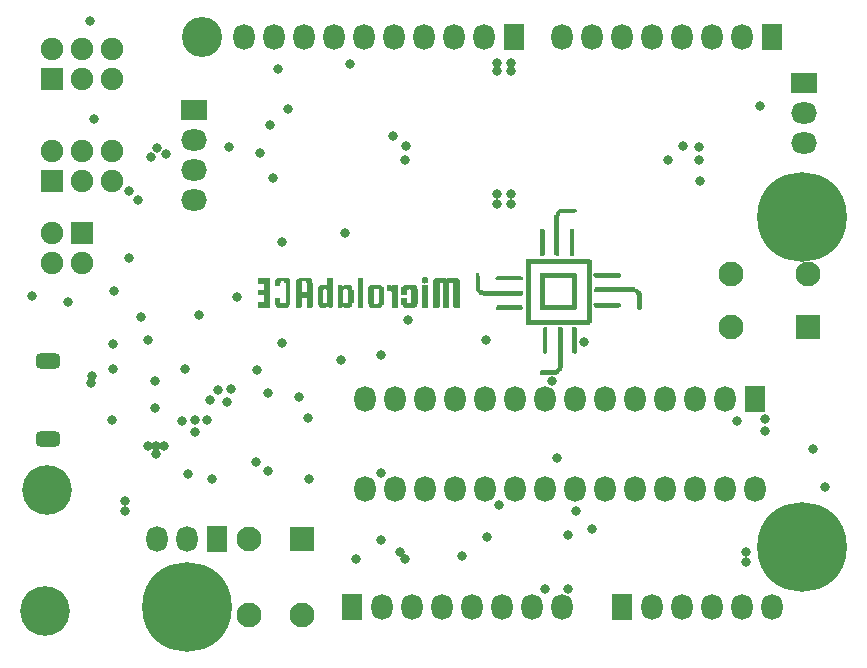
<source format=gbs>
G04*
G04 #@! TF.GenerationSoftware,Altium Limited,Altium Designer,18.1.9 (240)*
G04*
G04 Layer_Color=16711935*
%FSLAX44Y44*%
%MOMM*%
G71*
G01*
G75*
G04:AMPARAMS|DCode=58|XSize=2.1mm|YSize=1.3mm|CornerRadius=0.41mm|HoleSize=0mm|Usage=FLASHONLY|Rotation=0.000|XOffset=0mm|YOffset=0mm|HoleType=Round|Shape=RoundedRectangle|*
%AMROUNDEDRECTD58*
21,1,2.1000,0.4800,0,0,0.0*
21,1,1.2800,1.3000,0,0,0.0*
1,1,0.8200,0.6400,-0.2400*
1,1,0.8200,-0.6400,-0.2400*
1,1,0.8200,-0.6400,0.2400*
1,1,0.8200,0.6400,0.2400*
%
%ADD58ROUNDEDRECTD58*%
%ADD59C,2.1000*%
%ADD60R,2.1000X2.1000*%
%ADD61R,2.1000X2.1000*%
%ADD62C,3.4000*%
%ADD63O,1.8000X2.2000*%
%ADD64R,1.8000X2.2000*%
%ADD65R,2.2000X1.8000*%
%ADD66O,2.2000X1.8000*%
%ADD67C,1.9000*%
%ADD68R,1.9000X1.9000*%
%ADD69C,4.2000*%
%ADD70C,7.6000*%
%ADD71C,0.8000*%
G36*
X467173Y344687D02*
Y343675D01*
Y342663D01*
Y341651D01*
Y340639D01*
Y339627D01*
Y338615D01*
Y337603D01*
Y336591D01*
Y335579D01*
Y334567D01*
Y333555D01*
Y332543D01*
Y331530D01*
Y330518D01*
Y329506D01*
Y328494D01*
Y327482D01*
Y326470D01*
Y325458D01*
Y324446D01*
Y323434D01*
Y322422D01*
X464137D01*
Y323434D01*
Y324446D01*
Y325458D01*
Y326470D01*
Y327482D01*
Y328494D01*
Y329506D01*
Y330518D01*
Y331530D01*
Y332543D01*
Y333555D01*
Y334567D01*
Y335579D01*
Y336591D01*
Y337603D01*
Y338615D01*
Y339627D01*
Y340639D01*
Y341651D01*
Y342663D01*
Y343675D01*
Y344687D01*
Y345699D01*
X467173D01*
Y344687D01*
D02*
G37*
G36*
X469197Y361892D02*
X470209D01*
Y360880D01*
Y359868D01*
X468185D01*
Y358856D01*
X456040D01*
Y357844D01*
Y356832D01*
X455028D01*
Y355820D01*
Y354808D01*
Y353796D01*
Y352784D01*
Y351772D01*
Y350760D01*
Y349748D01*
Y348736D01*
Y347723D01*
Y346711D01*
Y345699D01*
Y344687D01*
Y343675D01*
Y342663D01*
Y341651D01*
Y340639D01*
Y339627D01*
Y338615D01*
Y337603D01*
Y336591D01*
Y335579D01*
Y334567D01*
Y333555D01*
Y332543D01*
Y331530D01*
Y330518D01*
Y329506D01*
Y328494D01*
Y327482D01*
Y326470D01*
Y325458D01*
Y324446D01*
Y323434D01*
Y322422D01*
X451992D01*
Y323434D01*
X450980D01*
Y324446D01*
Y325458D01*
Y326470D01*
Y327482D01*
Y328494D01*
Y329506D01*
Y330518D01*
Y331530D01*
Y332543D01*
Y333555D01*
Y334567D01*
Y335579D01*
Y336591D01*
Y337603D01*
Y338615D01*
Y339627D01*
Y340639D01*
Y341651D01*
Y342663D01*
Y343675D01*
Y344687D01*
Y345699D01*
Y346711D01*
Y347723D01*
Y348736D01*
Y349748D01*
Y350760D01*
Y351772D01*
Y352784D01*
Y353796D01*
Y354808D01*
Y355820D01*
Y356832D01*
Y357844D01*
X451992D01*
Y358856D01*
Y359868D01*
X453004D01*
Y360880D01*
X454016D01*
Y361892D01*
X455028D01*
Y362904D01*
X469197D01*
Y361892D01*
D02*
G37*
G36*
X441871Y344687D02*
X442883D01*
Y343675D01*
Y342663D01*
Y341651D01*
Y340639D01*
Y339627D01*
Y338615D01*
Y337603D01*
Y336591D01*
Y335579D01*
Y334567D01*
Y333555D01*
Y332543D01*
Y331530D01*
Y330518D01*
Y329506D01*
Y328494D01*
Y327482D01*
Y326470D01*
Y325458D01*
Y324446D01*
Y323434D01*
X441871D01*
Y322422D01*
X438835D01*
Y323434D01*
Y324446D01*
Y325458D01*
Y326470D01*
Y327482D01*
Y328494D01*
Y329506D01*
Y330518D01*
Y331530D01*
Y332543D01*
Y333555D01*
Y334567D01*
Y335579D01*
Y336591D01*
Y337603D01*
Y338615D01*
Y339627D01*
Y340639D01*
Y341651D01*
Y342663D01*
Y343675D01*
Y344687D01*
Y345699D01*
X441871D01*
Y344687D01*
D02*
G37*
G36*
X506643Y307241D02*
X507655D01*
Y306229D01*
Y305217D01*
X506643D01*
Y304205D01*
X485390D01*
Y305217D01*
X484378D01*
Y306229D01*
X483366D01*
Y307241D01*
X484378D01*
Y308253D01*
X506643D01*
Y307241D01*
D02*
G37*
G36*
X369003Y303193D02*
X370015D01*
Y302181D01*
X371027D01*
Y301169D01*
Y300157D01*
Y299145D01*
Y298133D01*
Y297121D01*
Y296108D01*
Y295096D01*
Y294084D01*
Y293072D01*
Y292060D01*
Y291048D01*
Y290036D01*
Y289024D01*
Y288012D01*
Y287000D01*
Y285988D01*
Y284976D01*
Y283964D01*
Y282952D01*
Y281940D01*
Y280928D01*
Y279916D01*
Y278904D01*
X365967D01*
Y279916D01*
X364955D01*
Y280928D01*
Y281940D01*
Y282952D01*
Y283964D01*
Y284976D01*
Y285988D01*
Y287000D01*
Y288012D01*
Y289024D01*
Y290036D01*
Y291048D01*
Y292060D01*
Y293072D01*
Y294084D01*
Y295096D01*
Y296108D01*
Y297121D01*
Y298133D01*
Y299145D01*
Y300157D01*
X361919D01*
Y299145D01*
Y298133D01*
Y297121D01*
Y296108D01*
Y295096D01*
Y294084D01*
Y293072D01*
Y292060D01*
Y291048D01*
Y290036D01*
Y289024D01*
Y288012D01*
Y287000D01*
Y285988D01*
Y284976D01*
Y283964D01*
Y282952D01*
Y281940D01*
Y280928D01*
Y279916D01*
Y278904D01*
X356858D01*
Y279916D01*
Y280928D01*
Y281940D01*
Y282952D01*
Y283964D01*
Y284976D01*
Y285988D01*
Y287000D01*
Y288012D01*
Y289024D01*
Y290036D01*
Y291048D01*
Y292060D01*
Y293072D01*
Y294084D01*
Y295096D01*
Y296108D01*
Y297121D01*
Y298133D01*
Y299145D01*
Y300157D01*
X353822D01*
Y299145D01*
Y298133D01*
Y297121D01*
Y296108D01*
Y295096D01*
Y294084D01*
Y293072D01*
Y292060D01*
Y291048D01*
Y290036D01*
Y289024D01*
Y288012D01*
Y287000D01*
Y285988D01*
Y284976D01*
Y283964D01*
Y282952D01*
Y281940D01*
Y280928D01*
Y279916D01*
X352810D01*
Y278904D01*
X347750D01*
Y279916D01*
Y280928D01*
Y281940D01*
Y282952D01*
Y283964D01*
Y284976D01*
Y285988D01*
Y287000D01*
Y288012D01*
Y289024D01*
Y290036D01*
Y291048D01*
Y292060D01*
Y293072D01*
Y294084D01*
Y295096D01*
Y296108D01*
Y297121D01*
Y298133D01*
Y299145D01*
Y300157D01*
Y301169D01*
Y302181D01*
X348762D01*
Y303193D01*
X349774D01*
Y304205D01*
X358883D01*
Y303193D01*
X359895D01*
Y304205D01*
X369003D01*
Y303193D01*
D02*
G37*
G36*
X422642Y305217D02*
X424666D01*
Y304205D01*
Y303193D01*
Y302181D01*
X401389D01*
Y303193D01*
X400377D01*
Y304205D01*
X401389D01*
Y305217D01*
X402401D01*
Y306229D01*
X422642D01*
Y305217D01*
D02*
G37*
G36*
X342690Y304205D02*
X343702D01*
Y303193D01*
Y302181D01*
Y301169D01*
Y300157D01*
X341678D01*
Y299145D01*
X340666D01*
Y300157D01*
X338642D01*
Y301169D01*
Y302181D01*
Y303193D01*
Y304205D01*
X339654D01*
Y305217D01*
X342690D01*
Y304205D01*
D02*
G37*
G36*
X318400Y297121D02*
Y296108D01*
Y295096D01*
Y294084D01*
Y293072D01*
Y292060D01*
Y291048D01*
Y290036D01*
Y289024D01*
Y288012D01*
Y287000D01*
Y285988D01*
Y284976D01*
Y283964D01*
Y282952D01*
Y281940D01*
Y280928D01*
Y279916D01*
Y278904D01*
X313340D01*
Y279916D01*
Y280928D01*
Y281940D01*
Y282952D01*
Y283964D01*
Y284976D01*
Y285988D01*
Y287000D01*
Y288012D01*
Y289024D01*
Y290036D01*
Y291048D01*
Y292060D01*
X312328D01*
Y293072D01*
X309292D01*
Y294084D01*
Y295096D01*
Y296108D01*
Y297121D01*
Y298133D01*
X312328D01*
Y297121D01*
X313340D01*
Y298133D01*
X318400D01*
Y297121D01*
D02*
G37*
G36*
X278930D02*
X279942D01*
Y296108D01*
Y295096D01*
Y294084D01*
X280954D01*
Y293072D01*
Y292060D01*
Y291048D01*
Y290036D01*
Y289024D01*
Y288012D01*
Y287000D01*
Y285988D01*
Y284976D01*
Y283964D01*
Y282952D01*
X279942D01*
Y281940D01*
Y280928D01*
Y279916D01*
X277918D01*
Y278904D01*
X272858D01*
Y279916D01*
X270834D01*
Y278904D01*
X267798D01*
Y279916D01*
Y280928D01*
Y281940D01*
Y282952D01*
Y283964D01*
Y284976D01*
Y285988D01*
Y287000D01*
Y288012D01*
Y289024D01*
Y290036D01*
Y291048D01*
Y292060D01*
Y293072D01*
Y294084D01*
Y295096D01*
Y296108D01*
Y297121D01*
Y298133D01*
X270834D01*
Y297121D01*
X272858D01*
Y298133D01*
X278930D01*
Y297121D01*
D02*
G37*
G36*
X387220Y307241D02*
Y306229D01*
X388232D01*
Y305217D01*
Y304205D01*
Y303193D01*
Y302181D01*
Y301169D01*
Y300157D01*
Y299145D01*
Y298133D01*
Y297121D01*
Y296108D01*
Y295096D01*
Y294084D01*
X390256D01*
Y293072D01*
X424666D01*
Y292060D01*
Y291048D01*
Y290036D01*
X423654D01*
Y289024D01*
X390256D01*
Y290036D01*
X387220D01*
Y291048D01*
X386208D01*
Y292060D01*
X385196D01*
Y293072D01*
X384184D01*
Y294084D01*
Y295096D01*
Y296108D01*
Y297121D01*
Y298133D01*
Y299145D01*
Y300157D01*
Y301169D01*
Y302181D01*
Y303193D01*
Y304205D01*
Y305217D01*
Y306229D01*
Y307241D01*
Y308253D01*
X387220D01*
Y307241D01*
D02*
G37*
G36*
X333581Y297121D02*
X334593D01*
Y296108D01*
Y295096D01*
X335605D01*
Y294084D01*
Y293072D01*
Y292060D01*
Y291048D01*
Y290036D01*
Y289024D01*
Y288012D01*
Y287000D01*
Y285988D01*
Y284976D01*
Y283964D01*
Y282952D01*
Y281940D01*
X334593D01*
Y280928D01*
Y279916D01*
X332569D01*
Y278904D01*
X323461D01*
Y279916D01*
X322449D01*
Y280928D01*
X321437D01*
Y281940D01*
Y282952D01*
Y283964D01*
Y284976D01*
Y285988D01*
Y287000D01*
X326497D01*
Y285988D01*
Y284976D01*
Y283964D01*
Y282952D01*
X329533D01*
Y283964D01*
Y284976D01*
Y285988D01*
Y287000D01*
Y288012D01*
Y289024D01*
Y290036D01*
Y291048D01*
Y292060D01*
Y293072D01*
Y294084D01*
X328521D01*
Y295096D01*
X327509D01*
Y294084D01*
X326497D01*
Y293072D01*
Y292060D01*
Y291048D01*
Y290036D01*
X321437D01*
Y291048D01*
Y292060D01*
Y293072D01*
Y294084D01*
Y295096D01*
Y296108D01*
X322449D01*
Y297121D01*
X323461D01*
Y298133D01*
X333581D01*
Y297121D01*
D02*
G37*
G36*
X226303Y303193D02*
X227315D01*
Y302181D01*
Y301169D01*
Y300157D01*
Y299145D01*
Y298133D01*
Y297121D01*
Y296108D01*
Y295096D01*
Y294084D01*
Y293072D01*
Y292060D01*
Y291048D01*
Y290036D01*
Y289024D01*
Y288012D01*
Y287000D01*
Y285988D01*
Y284976D01*
Y283964D01*
Y282952D01*
Y281940D01*
Y280928D01*
X226303D01*
Y279916D01*
X225291D01*
Y278904D01*
X216182D01*
Y279916D01*
X215170D01*
Y280928D01*
X214158D01*
Y281940D01*
Y282952D01*
Y283964D01*
Y284976D01*
Y285988D01*
Y287000D01*
X218207D01*
Y285988D01*
Y284976D01*
Y283964D01*
Y282952D01*
X223267D01*
Y283964D01*
Y284976D01*
Y285988D01*
Y287000D01*
Y288012D01*
Y289024D01*
Y290036D01*
Y291048D01*
Y292060D01*
Y293072D01*
Y294084D01*
Y295096D01*
Y296108D01*
Y297121D01*
Y298133D01*
Y299145D01*
Y300157D01*
X222255D01*
Y301169D01*
X219219D01*
Y300157D01*
X218207D01*
Y299145D01*
Y298133D01*
Y297121D01*
X214158D01*
Y298133D01*
Y299145D01*
Y300157D01*
Y301169D01*
Y302181D01*
X215170D01*
Y303193D01*
X216182D01*
Y304205D01*
X226303D01*
Y303193D01*
D02*
G37*
G36*
X506643Y281940D02*
X507655D01*
Y280928D01*
Y279916D01*
X505631D01*
Y278904D01*
X485390D01*
Y279916D01*
X484378D01*
Y280928D01*
X483366D01*
Y281940D01*
X484378D01*
Y282952D01*
X506643D01*
Y281940D01*
D02*
G37*
G36*
X343702Y297121D02*
Y296108D01*
Y295096D01*
Y294084D01*
Y293072D01*
Y292060D01*
Y291048D01*
Y290036D01*
Y289024D01*
Y288012D01*
Y287000D01*
Y285988D01*
Y284976D01*
Y283964D01*
Y282952D01*
Y281940D01*
Y280928D01*
Y279916D01*
Y278904D01*
X338642D01*
Y279916D01*
Y280928D01*
Y281940D01*
Y282952D01*
Y283964D01*
Y284976D01*
Y285988D01*
Y287000D01*
Y288012D01*
Y289024D01*
Y290036D01*
Y291048D01*
Y292060D01*
Y293072D01*
Y294084D01*
Y295096D01*
Y296108D01*
Y297121D01*
Y298133D01*
X343702D01*
Y297121D01*
D02*
G37*
G36*
X304231D02*
X305244D01*
Y296108D01*
X306256D01*
Y295096D01*
Y294084D01*
Y293072D01*
Y292060D01*
Y291048D01*
Y290036D01*
Y289024D01*
Y288012D01*
Y287000D01*
Y285988D01*
Y284976D01*
Y283964D01*
Y282952D01*
Y281940D01*
Y280928D01*
X305244D01*
Y279916D01*
X304231D01*
Y278904D01*
X295123D01*
Y279916D01*
X294111D01*
Y280928D01*
Y281940D01*
X293099D01*
Y282952D01*
Y283964D01*
Y284976D01*
Y285988D01*
Y287000D01*
Y288012D01*
Y289024D01*
Y290036D01*
Y291048D01*
Y292060D01*
Y293072D01*
Y294084D01*
Y295096D01*
Y296108D01*
X294111D01*
Y297121D01*
X295123D01*
Y298133D01*
X304231D01*
Y297121D01*
D02*
G37*
G36*
X289051Y303193D02*
Y302181D01*
Y301169D01*
Y300157D01*
Y299145D01*
Y298133D01*
Y297121D01*
Y296108D01*
Y295096D01*
Y294084D01*
Y293072D01*
Y292060D01*
Y291048D01*
Y290036D01*
Y289024D01*
Y288012D01*
Y287000D01*
Y285988D01*
Y284976D01*
Y283964D01*
Y282952D01*
Y281940D01*
Y280928D01*
Y279916D01*
Y278904D01*
X285002D01*
Y279916D01*
Y280928D01*
Y281940D01*
Y282952D01*
Y283964D01*
Y284976D01*
Y285988D01*
Y287000D01*
Y288012D01*
Y289024D01*
Y290036D01*
Y291048D01*
Y292060D01*
Y293072D01*
Y294084D01*
Y295096D01*
Y296108D01*
Y297121D01*
Y298133D01*
Y299145D01*
Y300157D01*
Y301169D01*
Y302181D01*
Y303193D01*
Y304205D01*
X289051D01*
Y303193D01*
D02*
G37*
G36*
X263749D02*
Y302181D01*
Y301169D01*
Y300157D01*
Y299145D01*
Y298133D01*
Y297121D01*
Y296108D01*
Y295096D01*
Y294084D01*
Y293072D01*
Y292060D01*
Y291048D01*
Y290036D01*
Y289024D01*
Y288012D01*
Y287000D01*
Y285988D01*
Y284976D01*
Y283964D01*
Y282952D01*
Y281940D01*
Y280928D01*
Y279916D01*
X262737D01*
Y278904D01*
X259701D01*
Y279916D01*
X257677D01*
Y278904D01*
X252617D01*
Y279916D01*
X251605D01*
Y280928D01*
X250592D01*
Y281940D01*
Y282952D01*
Y283964D01*
Y284976D01*
Y285988D01*
Y287000D01*
Y288012D01*
Y289024D01*
Y290036D01*
Y291048D01*
Y292060D01*
Y293072D01*
Y294084D01*
Y295096D01*
Y296108D01*
X251605D01*
Y297121D01*
X252617D01*
Y298133D01*
X258689D01*
Y299145D01*
Y300157D01*
Y301169D01*
Y302181D01*
Y303193D01*
Y304205D01*
X263749D01*
Y303193D01*
D02*
G37*
G36*
X244520D02*
X245532D01*
Y302181D01*
Y301169D01*
Y300157D01*
X246544D01*
Y299145D01*
Y298133D01*
Y297121D01*
Y296108D01*
Y295096D01*
Y294084D01*
Y293072D01*
Y292060D01*
Y291048D01*
Y290036D01*
Y289024D01*
Y288012D01*
Y287000D01*
Y285988D01*
Y284976D01*
Y283964D01*
Y282952D01*
Y281940D01*
Y280928D01*
Y279916D01*
X245532D01*
Y278904D01*
X241484D01*
Y279916D01*
Y280928D01*
Y281940D01*
Y282952D01*
Y283964D01*
Y284976D01*
Y285988D01*
Y287000D01*
X237436D01*
Y285988D01*
Y284976D01*
Y283964D01*
Y282952D01*
Y281940D01*
Y280928D01*
Y279916D01*
X236424D01*
Y278904D01*
X232376D01*
Y279916D01*
Y280928D01*
Y281940D01*
Y282952D01*
Y283964D01*
Y284976D01*
Y285988D01*
Y287000D01*
Y288012D01*
Y289024D01*
Y290036D01*
Y291048D01*
Y292060D01*
Y293072D01*
Y294084D01*
Y295096D01*
Y296108D01*
Y297121D01*
Y298133D01*
Y299145D01*
Y300157D01*
Y301169D01*
Y302181D01*
X233388D01*
Y303193D01*
X234400D01*
Y304205D01*
X244520D01*
Y303193D01*
D02*
G37*
G36*
X210110D02*
Y302181D01*
Y301169D01*
Y300157D01*
Y299145D01*
Y298133D01*
Y297121D01*
Y296108D01*
Y295096D01*
Y294084D01*
Y293072D01*
Y292060D01*
Y291048D01*
Y290036D01*
Y289024D01*
Y288012D01*
Y287000D01*
Y285988D01*
Y284976D01*
Y283964D01*
Y282952D01*
Y281940D01*
Y280928D01*
Y279916D01*
Y278904D01*
X199990D01*
Y279916D01*
Y280928D01*
Y281940D01*
Y282952D01*
Y283964D01*
X205050D01*
Y284976D01*
Y285988D01*
Y287000D01*
Y288012D01*
Y289024D01*
Y290036D01*
X199990D01*
Y291048D01*
Y292060D01*
Y293072D01*
Y294084D01*
X205050D01*
Y295096D01*
Y296108D01*
Y297121D01*
Y298133D01*
Y299145D01*
X199990D01*
Y300157D01*
Y301169D01*
Y302181D01*
Y303193D01*
Y304205D01*
X210110D01*
Y303193D01*
D02*
G37*
G36*
X518788Y295096D02*
X521824D01*
Y294084D01*
X522836D01*
Y293072D01*
X523848D01*
Y292060D01*
Y291048D01*
X524860D01*
Y290036D01*
Y289024D01*
Y288012D01*
Y287000D01*
Y285988D01*
Y284976D01*
Y283964D01*
Y282952D01*
Y281940D01*
Y280928D01*
Y279916D01*
Y278904D01*
Y277892D01*
X523848D01*
Y276879D01*
X521824D01*
Y277892D01*
X520812D01*
Y278904D01*
Y279916D01*
Y280928D01*
Y281940D01*
Y282952D01*
Y283964D01*
Y284976D01*
Y285988D01*
Y287000D01*
Y288012D01*
Y289024D01*
Y290036D01*
X519800D01*
Y291048D01*
X518788D01*
Y292060D01*
X484378D01*
Y293072D01*
Y294084D01*
Y295096D01*
X485390D01*
Y296108D01*
X518788D01*
Y295096D01*
D02*
G37*
G36*
X423654Y279916D02*
X424666D01*
Y278904D01*
Y277892D01*
X423654D01*
Y276879D01*
X401389D01*
Y277892D01*
Y278904D01*
Y279916D01*
X402401D01*
Y280928D01*
X423654D01*
Y279916D01*
D02*
G37*
G36*
X481342Y319386D02*
X482354D01*
Y318374D01*
Y317362D01*
Y316350D01*
Y315338D01*
Y314326D01*
Y313314D01*
Y312301D01*
Y311289D01*
Y310277D01*
Y309265D01*
Y308253D01*
Y307241D01*
Y306229D01*
Y305217D01*
Y304205D01*
Y303193D01*
Y302181D01*
Y301169D01*
Y300157D01*
Y299145D01*
Y298133D01*
Y297121D01*
Y296108D01*
Y295096D01*
Y294084D01*
Y293072D01*
Y292060D01*
Y291048D01*
Y290036D01*
Y289024D01*
Y288012D01*
Y287000D01*
Y285988D01*
Y284976D01*
Y283964D01*
Y282952D01*
Y281940D01*
Y280928D01*
Y279916D01*
Y278904D01*
Y277892D01*
Y276879D01*
Y275867D01*
Y274855D01*
Y273843D01*
Y272831D01*
Y271819D01*
Y270807D01*
Y269795D01*
Y268783D01*
Y267771D01*
Y266759D01*
Y265747D01*
X481342D01*
Y264735D01*
X426690D01*
Y265747D01*
Y266759D01*
Y267771D01*
Y268783D01*
Y269795D01*
Y270807D01*
Y271819D01*
Y272831D01*
Y273843D01*
Y274855D01*
Y275867D01*
Y276879D01*
Y277892D01*
Y278904D01*
Y279916D01*
Y280928D01*
Y281940D01*
Y282952D01*
Y283964D01*
Y284976D01*
Y285988D01*
Y287000D01*
Y288012D01*
Y289024D01*
Y290036D01*
Y291048D01*
Y292060D01*
Y293072D01*
Y294084D01*
Y295096D01*
Y296108D01*
Y297121D01*
Y298133D01*
Y299145D01*
Y300157D01*
Y301169D01*
Y302181D01*
Y303193D01*
Y304205D01*
Y305217D01*
Y306229D01*
Y307241D01*
Y308253D01*
Y309265D01*
Y310277D01*
Y311289D01*
Y312301D01*
Y313314D01*
Y314326D01*
Y315338D01*
Y316350D01*
Y317362D01*
Y318374D01*
Y319386D01*
Y320398D01*
X481342D01*
Y319386D01*
D02*
G37*
G36*
X469197Y261699D02*
X470209D01*
Y260686D01*
Y259674D01*
Y258662D01*
Y257650D01*
Y256638D01*
Y255626D01*
Y254614D01*
Y253602D01*
Y252590D01*
Y251578D01*
Y250566D01*
Y249554D01*
Y248542D01*
Y247530D01*
Y246518D01*
Y245506D01*
Y244494D01*
Y243482D01*
Y242470D01*
Y241457D01*
Y240445D01*
X469197D01*
Y239433D01*
X467173D01*
Y240445D01*
X466161D01*
Y241457D01*
Y242470D01*
Y243482D01*
Y244494D01*
Y245506D01*
Y246518D01*
Y247530D01*
Y248542D01*
Y249554D01*
Y250566D01*
Y251578D01*
Y252590D01*
Y253602D01*
Y254614D01*
Y255626D01*
Y256638D01*
Y257650D01*
Y258662D01*
Y259674D01*
Y260686D01*
Y261699D01*
Y262711D01*
X469197D01*
Y261699D01*
D02*
G37*
G36*
X444907D02*
Y260686D01*
Y259674D01*
Y258662D01*
Y257650D01*
Y256638D01*
Y255626D01*
Y254614D01*
Y253602D01*
Y252590D01*
Y251578D01*
Y250566D01*
Y249554D01*
Y248542D01*
Y247530D01*
Y246518D01*
Y245506D01*
Y244494D01*
Y243482D01*
Y242470D01*
Y241457D01*
Y240445D01*
X443895D01*
Y239433D01*
X441871D01*
Y240445D01*
X440859D01*
Y241457D01*
Y242470D01*
Y243482D01*
Y244494D01*
Y245506D01*
Y246518D01*
Y247530D01*
Y248542D01*
Y249554D01*
Y250566D01*
Y251578D01*
Y252590D01*
Y253602D01*
Y254614D01*
Y255626D01*
Y256638D01*
Y257650D01*
Y258662D01*
Y259674D01*
Y260686D01*
Y261699D01*
X441871D01*
Y262711D01*
X444907D01*
Y261699D01*
D02*
G37*
G36*
X457052D02*
X458064D01*
Y260686D01*
Y259674D01*
Y258662D01*
Y257650D01*
Y256638D01*
Y255626D01*
Y254614D01*
Y253602D01*
Y252590D01*
Y251578D01*
Y250566D01*
Y249554D01*
Y248542D01*
Y247530D01*
Y246518D01*
Y245506D01*
Y244494D01*
Y243482D01*
Y242470D01*
Y241457D01*
Y240445D01*
Y239433D01*
Y238421D01*
Y237409D01*
Y236397D01*
Y235385D01*
Y234373D01*
Y233361D01*
Y232349D01*
Y231337D01*
Y230325D01*
Y229313D01*
Y228301D01*
X457052D01*
Y227289D01*
Y226277D01*
Y225264D01*
X456040D01*
Y224252D01*
X455028D01*
Y223240D01*
X453004D01*
Y222228D01*
X438835D01*
Y223240D01*
Y224252D01*
Y225264D01*
X439847D01*
Y226277D01*
X451992D01*
Y227289D01*
X453004D01*
Y228301D01*
X454016D01*
Y229313D01*
Y230325D01*
Y231337D01*
Y232349D01*
Y233361D01*
Y234373D01*
Y235385D01*
Y236397D01*
Y237409D01*
Y238421D01*
Y239433D01*
Y240445D01*
Y241457D01*
Y242470D01*
Y243482D01*
Y244494D01*
Y245506D01*
Y246518D01*
Y247530D01*
Y248542D01*
Y249554D01*
Y250566D01*
Y251578D01*
Y252590D01*
Y253602D01*
Y254614D01*
Y255626D01*
Y256638D01*
Y257650D01*
Y258662D01*
Y259674D01*
Y260686D01*
Y261699D01*
Y262711D01*
X457052D01*
Y261699D01*
D02*
G37*
%LPC*%
G36*
X274882Y295096D02*
X272858D01*
Y294084D01*
X271846D01*
Y293072D01*
Y292060D01*
Y291048D01*
Y290036D01*
Y289024D01*
Y288012D01*
Y287000D01*
Y285988D01*
Y284976D01*
Y283964D01*
Y282952D01*
X275894D01*
Y283964D01*
Y284976D01*
Y285988D01*
Y287000D01*
Y288012D01*
Y289024D01*
Y290036D01*
Y291048D01*
Y292060D01*
Y293072D01*
Y294084D01*
X274882D01*
Y295096D01*
D02*
G37*
G36*
X302207D02*
X298159D01*
Y294084D01*
Y293072D01*
Y292060D01*
Y291048D01*
Y290036D01*
Y289024D01*
Y288012D01*
Y287000D01*
Y285988D01*
Y284976D01*
Y283964D01*
Y282952D01*
Y281940D01*
X301195D01*
Y282952D01*
X302207D01*
Y283964D01*
Y284976D01*
Y285988D01*
Y287000D01*
Y288012D01*
Y289024D01*
Y290036D01*
Y291048D01*
Y292060D01*
Y293072D01*
Y294084D01*
Y295096D01*
D02*
G37*
G36*
X257677D02*
X255653D01*
Y294084D01*
X254641D01*
Y293072D01*
Y292060D01*
Y291048D01*
Y290036D01*
Y289024D01*
Y288012D01*
Y287000D01*
Y285988D01*
Y284976D01*
Y283964D01*
Y282952D01*
X258689D01*
Y283964D01*
Y284976D01*
Y285988D01*
Y287000D01*
Y288012D01*
Y289024D01*
Y290036D01*
Y291048D01*
Y292060D01*
Y293072D01*
Y294084D01*
X257677D01*
Y295096D01*
D02*
G37*
G36*
X240472Y301169D02*
X237436D01*
Y300157D01*
Y299145D01*
Y298133D01*
Y297121D01*
Y296108D01*
Y295096D01*
Y294084D01*
Y293072D01*
Y292060D01*
X241484D01*
Y293072D01*
Y294084D01*
Y295096D01*
Y296108D01*
Y297121D01*
Y298133D01*
Y299145D01*
Y300157D01*
X240472D01*
Y301169D01*
D02*
G37*
G36*
X478305Y316350D02*
X430739D01*
Y315338D01*
Y314326D01*
Y313314D01*
Y312301D01*
Y311289D01*
Y310277D01*
Y309265D01*
Y308253D01*
Y307241D01*
Y306229D01*
Y305217D01*
Y304205D01*
Y303193D01*
Y302181D01*
Y301169D01*
Y300157D01*
Y299145D01*
Y298133D01*
Y297121D01*
Y296108D01*
Y295096D01*
Y294084D01*
Y293072D01*
Y292060D01*
Y291048D01*
Y290036D01*
Y289024D01*
Y288012D01*
Y287000D01*
Y285988D01*
Y284976D01*
Y283964D01*
Y282952D01*
Y281940D01*
Y280928D01*
Y279916D01*
Y278904D01*
Y277892D01*
Y276879D01*
Y275867D01*
Y274855D01*
Y273843D01*
Y272831D01*
Y271819D01*
Y270807D01*
Y269795D01*
Y268783D01*
X478305D01*
Y269795D01*
Y270807D01*
Y271819D01*
Y272831D01*
Y273843D01*
Y274855D01*
Y275867D01*
Y276879D01*
Y277892D01*
Y278904D01*
Y279916D01*
Y280928D01*
Y281940D01*
Y282952D01*
Y283964D01*
Y284976D01*
Y285988D01*
Y287000D01*
Y288012D01*
Y289024D01*
Y290036D01*
Y291048D01*
Y292060D01*
Y293072D01*
Y294084D01*
Y295096D01*
Y296108D01*
Y297121D01*
Y298133D01*
Y299145D01*
Y300157D01*
Y301169D01*
Y302181D01*
Y303193D01*
Y304205D01*
Y305217D01*
Y306229D01*
Y307241D01*
Y308253D01*
Y309265D01*
Y310277D01*
Y311289D01*
Y312301D01*
Y313314D01*
Y314326D01*
Y315338D01*
Y316350D01*
D02*
G37*
%LPD*%
G36*
X469197Y307241D02*
X470209D01*
Y306229D01*
Y305217D01*
Y304205D01*
Y303193D01*
Y302181D01*
Y301169D01*
Y300157D01*
Y299145D01*
Y298133D01*
Y297121D01*
Y296108D01*
Y295096D01*
Y294084D01*
Y293072D01*
Y292060D01*
Y291048D01*
Y290036D01*
Y289024D01*
Y288012D01*
Y287000D01*
Y285988D01*
Y284976D01*
Y283964D01*
Y282952D01*
Y281940D01*
Y280928D01*
Y279916D01*
Y278904D01*
Y277892D01*
X469197D01*
Y276879D01*
X438835D01*
Y277892D01*
Y278904D01*
Y279916D01*
Y280928D01*
Y281940D01*
Y282952D01*
Y283964D01*
Y284976D01*
Y285988D01*
Y287000D01*
Y288012D01*
Y289024D01*
Y290036D01*
Y291048D01*
Y292060D01*
Y293072D01*
Y294084D01*
Y295096D01*
Y296108D01*
Y297121D01*
Y298133D01*
Y299145D01*
Y300157D01*
Y301169D01*
Y302181D01*
Y303193D01*
Y304205D01*
Y305217D01*
Y306229D01*
Y307241D01*
Y308253D01*
X469197D01*
Y307241D01*
D02*
G37*
%LPC*%
G36*
X466161Y304205D02*
X442883D01*
Y303193D01*
Y302181D01*
Y301169D01*
Y300157D01*
Y299145D01*
Y298133D01*
Y297121D01*
Y296108D01*
Y295096D01*
Y294084D01*
Y293072D01*
Y292060D01*
Y291048D01*
Y290036D01*
Y289024D01*
Y288012D01*
Y287000D01*
Y285988D01*
Y284976D01*
Y283964D01*
Y282952D01*
Y281940D01*
Y280928D01*
X466161D01*
Y281940D01*
Y282952D01*
Y283964D01*
Y284976D01*
Y285988D01*
Y287000D01*
Y288012D01*
Y289024D01*
Y290036D01*
Y291048D01*
Y292060D01*
Y293072D01*
Y294084D01*
Y295096D01*
Y296108D01*
Y297121D01*
Y298133D01*
Y299145D01*
Y300157D01*
Y301169D01*
Y302181D01*
Y303193D01*
Y304205D01*
D02*
G37*
%LPD*%
D58*
X21995Y168000D02*
D03*
Y234000D02*
D03*
D59*
X600750Y262500D02*
D03*
Y307500D02*
D03*
X665750D02*
D03*
X192500Y83380D02*
D03*
Y18380D02*
D03*
X237500D02*
D03*
D60*
X665750Y262500D02*
D03*
D61*
X237500Y83380D02*
D03*
D62*
X152400Y508000D02*
D03*
D63*
X114200Y83000D02*
D03*
X139600D02*
D03*
X391160Y508000D02*
D03*
X365760D02*
D03*
X340360D02*
D03*
X314960D02*
D03*
X289560D02*
D03*
X264160D02*
D03*
X238760D02*
D03*
X213360D02*
D03*
X187960D02*
D03*
X457200D02*
D03*
X482600D02*
D03*
X508000D02*
D03*
X533400D02*
D03*
X558800D02*
D03*
X584200D02*
D03*
X609600D02*
D03*
X635000Y25400D02*
D03*
X609600D02*
D03*
X584200D02*
D03*
X558800D02*
D03*
X533400D02*
D03*
X457200D02*
D03*
X431800D02*
D03*
X406400D02*
D03*
X381000D02*
D03*
X355600D02*
D03*
X330200D02*
D03*
X304800D02*
D03*
X595250Y201930D02*
D03*
X569850D02*
D03*
X544450D02*
D03*
X519050D02*
D03*
X493650D02*
D03*
X468250D02*
D03*
X442850D02*
D03*
X417450D02*
D03*
X392050D02*
D03*
X366650D02*
D03*
X341250D02*
D03*
X315850D02*
D03*
X290450D02*
D03*
X620650Y125730D02*
D03*
X595250D02*
D03*
X569850D02*
D03*
X544450D02*
D03*
X519050D02*
D03*
X493650D02*
D03*
X468250D02*
D03*
X442850D02*
D03*
X417450D02*
D03*
X392050D02*
D03*
X366650D02*
D03*
X341250D02*
D03*
X315850D02*
D03*
X290450D02*
D03*
D64*
X165000Y83000D02*
D03*
X416560Y508000D02*
D03*
X635000D02*
D03*
X508000Y25400D02*
D03*
X279400D02*
D03*
X620650Y201930D02*
D03*
D65*
X146000Y446000D02*
D03*
X662000Y469000D02*
D03*
D66*
X146000Y420600D02*
D03*
Y395200D02*
D03*
Y369800D02*
D03*
X662000Y418200D02*
D03*
Y443600D02*
D03*
D67*
X25400Y316600D02*
D03*
X50800D02*
D03*
X25400Y342000D02*
D03*
X76200Y411480D02*
D03*
X50800D02*
D03*
X25400D02*
D03*
X76200Y386080D02*
D03*
X50800D02*
D03*
X76200Y497840D02*
D03*
X50800D02*
D03*
X25400D02*
D03*
X76200Y472440D02*
D03*
X50800D02*
D03*
D68*
Y342000D02*
D03*
X25400Y386080D02*
D03*
Y472440D02*
D03*
D69*
X20000Y22000D02*
D03*
X21000Y125000D02*
D03*
D70*
X139700Y25400D02*
D03*
X660400Y76200D02*
D03*
Y355600D02*
D03*
D71*
X314250Y424500D02*
D03*
X325500Y416250D02*
D03*
X324000Y403750D02*
D03*
X475750Y250000D02*
D03*
X59000Y221250D02*
D03*
X199000Y226000D02*
D03*
X462250Y86500D02*
D03*
X113250Y155000D02*
D03*
X106652Y162271D02*
D03*
X113250Y162000D02*
D03*
X120756D02*
D03*
X147000Y174000D02*
D03*
X135600Y183000D02*
D03*
X147000Y183570D02*
D03*
X157000Y184000D02*
D03*
X87000Y115663D02*
D03*
Y106500D02*
D03*
X402000Y479000D02*
D03*
X414000D02*
D03*
X402000Y486000D02*
D03*
X414000D02*
D03*
Y375000D02*
D03*
X402000D02*
D03*
X414000Y367000D02*
D03*
X327000Y268800D02*
D03*
X277500Y485000D02*
D03*
X242000Y185500D02*
D03*
X613000Y72000D02*
D03*
Y64000D02*
D03*
X175000Y415250D02*
D03*
X324000Y66000D02*
D03*
X109000Y406250D02*
D03*
X114200Y414000D02*
D03*
X61000Y438566D02*
D03*
X173753Y199323D02*
D03*
X573000Y415000D02*
D03*
Y404000D02*
D03*
X605250Y183000D02*
D03*
X373000Y68500D02*
D03*
X304000Y82000D02*
D03*
X243000Y134034D02*
D03*
X76500Y184000D02*
D03*
X629453Y184548D02*
D03*
X213000Y388500D02*
D03*
X210000Y434000D02*
D03*
X58566Y215000D02*
D03*
X182000Y288000D02*
D03*
X449000Y217000D02*
D03*
X78000Y293000D02*
D03*
X402000Y367000D02*
D03*
X201800Y410200D02*
D03*
X393000Y252000D02*
D03*
X107000D02*
D03*
X138000Y227000D02*
D03*
X150000Y273000D02*
D03*
X177000Y210000D02*
D03*
X235000Y203000D02*
D03*
X270000Y235000D02*
D03*
X220000Y249000D02*
D03*
Y335000D02*
D03*
X274000Y342000D02*
D03*
X58000Y522000D02*
D03*
X574000Y386000D02*
D03*
X629000Y175000D02*
D03*
X680000Y127000D02*
D03*
X469000Y107000D02*
D03*
X394000Y85000D02*
D03*
X404000Y111660D02*
D03*
X198500Y148000D02*
D03*
X208000Y141000D02*
D03*
X161000Y134000D02*
D03*
X77000Y248500D02*
D03*
X77500Y227500D02*
D03*
X225000Y447500D02*
D03*
X122000Y409000D02*
D03*
X9000Y289000D02*
D03*
X39500Y283500D02*
D03*
X141000Y138000D02*
D03*
X283000Y66000D02*
D03*
X320000Y72000D02*
D03*
X443000Y41000D02*
D03*
X462000D02*
D03*
X91000Y321000D02*
D03*
Y378000D02*
D03*
X101000Y271000D02*
D03*
X98000Y370000D02*
D03*
X482600Y92000D02*
D03*
X453500Y151500D02*
D03*
X208000Y207000D02*
D03*
X166000Y209000D02*
D03*
X159000Y201000D02*
D03*
X113000Y194000D02*
D03*
Y217000D02*
D03*
X217000Y481000D02*
D03*
X547000Y404000D02*
D03*
X560000Y416000D02*
D03*
X670000Y159000D02*
D03*
X625000Y450000D02*
D03*
X304000Y139280D02*
D03*
Y238787D02*
D03*
M02*

</source>
